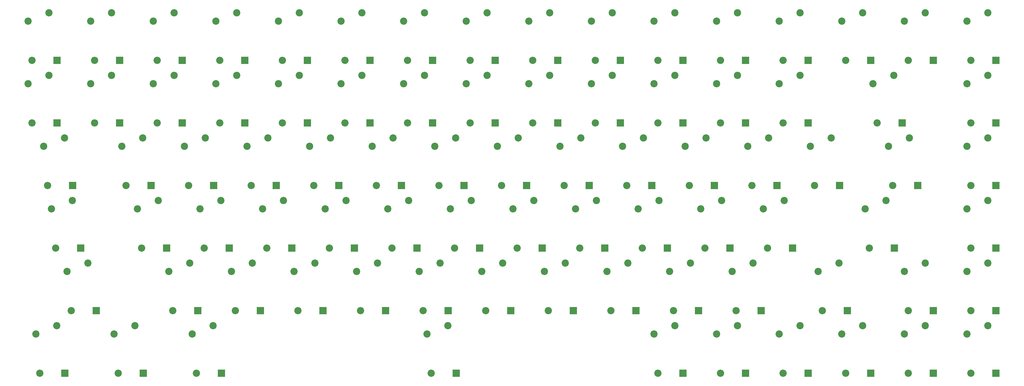
<source format=gbr>
%TF.GenerationSoftware,KiCad,Pcbnew,8.0.8-8.0.8-0~ubuntu22.04.1*%
%TF.CreationDate,2025-03-09T08:59:39-04:00*%
%TF.ProjectId,kb_test,6b625f74-6573-4742-9e6b-696361645f70,rev?*%
%TF.SameCoordinates,Original*%
%TF.FileFunction,Copper,L2,Bot*%
%TF.FilePolarity,Positive*%
%FSLAX46Y46*%
G04 Gerber Fmt 4.6, Leading zero omitted, Abs format (unit mm)*
G04 Created by KiCad (PCBNEW 8.0.8-8.0.8-0~ubuntu22.04.1) date 2025-03-09 08:59:39*
%MOMM*%
%LPD*%
G01*
G04 APERTURE LIST*
%TA.AperFunction,ComponentPad*%
%ADD10R,2.200000X2.200000*%
%TD*%
%TA.AperFunction,ComponentPad*%
%ADD11O,2.200000X2.200000*%
%TD*%
%TA.AperFunction,ComponentPad*%
%ADD12C,2.200000*%
%TD*%
G04 APERTURE END LIST*
D10*
%TO.P,D53,1,K*%
%TO.N,ROW3*%
X184213500Y-137160000D03*
D11*
%TO.P,D53,2,A*%
%TO.N,Net-(D53-A)*%
X176593500Y-137160000D03*
%TD*%
D12*
%TO.P,SW26,1,1*%
%TO.N,COL9*%
X224576000Y-84560000D03*
%TO.P,SW26,2,2*%
%TO.N,Net-(D26-A)*%
X218226000Y-87100000D03*
%TD*%
%TO.P,SW12,1,1*%
%TO.N,COL11*%
X262676000Y-65510000D03*
%TO.P,SW12,2,2*%
%TO.N,Net-(D12-A)*%
X256326000Y-68050000D03*
%TD*%
D10*
%TO.P,D23,1,K*%
%TO.N,ROW1*%
X169926000Y-99060000D03*
D11*
%TO.P,D23,2,A*%
%TO.N,Net-(D23-A)*%
X162306000Y-99060000D03*
%TD*%
D10*
%TO.P,D29,1,K*%
%TO.N,ROW1*%
X284226000Y-99060000D03*
D11*
%TO.P,D29,2,A*%
%TO.N,Net-(D29-A)*%
X276606000Y-99060000D03*
%TD*%
D12*
%TO.P,SW62,1,1*%
%TO.N,COL1*%
X95988500Y-141710000D03*
%TO.P,SW62,2,2*%
%TO.N,Net-(D62-A)*%
X89638500Y-144250000D03*
%TD*%
D10*
%TO.P,D48,1,K*%
%TO.N,ROW3*%
X88963500Y-137160000D03*
D11*
%TO.P,D48,2,A*%
%TO.N,Net-(D48-A)*%
X81343500Y-137160000D03*
%TD*%
D10*
%TO.P,D60,1,K*%
%TO.N,ROW3*%
X341376000Y-137160000D03*
D11*
%TO.P,D60,2,A*%
%TO.N,Net-(D60-A)*%
X333756000Y-137160000D03*
%TD*%
D12*
%TO.P,SW15,1,1*%
%TO.N,COL14*%
X319826000Y-65510000D03*
%TO.P,SW15,2,2*%
%TO.N,Net-(D15-A)*%
X313476000Y-68050000D03*
%TD*%
%TO.P,SW84,1,1*%
%TO.N,COL9*%
X338876000Y-160760000D03*
%TO.P,SW84,2,2*%
%TO.N,Net-(D84-A)*%
X332526000Y-163300000D03*
%TD*%
D10*
%TO.P,D34,1,K*%
%TO.N,ROW2*%
X103251000Y-118110000D03*
D11*
%TO.P,D34,2,A*%
%TO.N,Net-(D34-A)*%
X95631000Y-118110000D03*
%TD*%
D12*
%TO.P,SW37,1,1*%
%TO.N,COL5*%
X157901000Y-103610000D03*
%TO.P,SW37,2,2*%
%TO.N,Net-(D37-A)*%
X151551000Y-106150000D03*
%TD*%
D10*
%TO.P,D1,1,K*%
%TO.N,ROW0*%
X55626000Y-80010000D03*
D11*
%TO.P,D1,2,A*%
%TO.N,Net-(D1-A)*%
X48006000Y-80010000D03*
%TD*%
D12*
%TO.P,SW78,1,1*%
%TO.N,COL3*%
X174569750Y-160760000D03*
%TO.P,SW78,2,2*%
%TO.N,Net-(D78-A)*%
X168219750Y-163300000D03*
%TD*%
D10*
%TO.P,D43,1,K*%
%TO.N,ROW2*%
X274701000Y-118110000D03*
D11*
%TO.P,D43,2,A*%
%TO.N,Net-(D43-A)*%
X267081000Y-118110000D03*
%TD*%
D12*
%TO.P,SW53,1,1*%
%TO.N,COL6*%
X181713500Y-122660000D03*
%TO.P,SW53,2,2*%
%TO.N,Net-(D53-A)*%
X175363500Y-125200000D03*
%TD*%
D10*
%TO.P,D12,1,K*%
%TO.N,ROW0*%
X265176000Y-80010000D03*
D11*
%TO.P,D12,2,A*%
%TO.N,Net-(D12-A)*%
X257556000Y-80010000D03*
%TD*%
D12*
%TO.P,SW68,1,1*%
%TO.N,COL7*%
X210288500Y-141710000D03*
%TO.P,SW68,2,2*%
%TO.N,Net-(D68-A)*%
X203938500Y-144250000D03*
%TD*%
%TO.P,SW29,1,1*%
%TO.N,COL12*%
X281726000Y-84560000D03*
%TO.P,SW29,2,2*%
%TO.N,Net-(D29-A)*%
X275376000Y-87100000D03*
%TD*%
D10*
%TO.P,D73,1,K*%
%TO.N,ROW4*%
X322326000Y-156210000D03*
D11*
%TO.P,D73,2,A*%
%TO.N,Net-(D73-A)*%
X314706000Y-156210000D03*
%TD*%
D10*
%TO.P,D24,1,K*%
%TO.N,ROW1*%
X188976000Y-99060000D03*
D11*
%TO.P,D24,2,A*%
%TO.N,Net-(D24-A)*%
X181356000Y-99060000D03*
%TD*%
D10*
%TO.P,D40,1,K*%
%TO.N,ROW2*%
X217551000Y-118110000D03*
D11*
%TO.P,D40,2,A*%
%TO.N,Net-(D40-A)*%
X209931000Y-118110000D03*
%TD*%
D10*
%TO.P,D62,1,K*%
%TO.N,ROW4*%
X98488500Y-156210000D03*
D11*
%TO.P,D62,2,A*%
%TO.N,Net-(D62-A)*%
X90868500Y-156210000D03*
%TD*%
D12*
%TO.P,SW34,1,1*%
%TO.N,COL2*%
X100751000Y-103610000D03*
%TO.P,SW34,2,2*%
%TO.N,Net-(D34-A)*%
X94401000Y-106150000D03*
%TD*%
%TO.P,SW24,1,1*%
%TO.N,COL7*%
X186476000Y-84560000D03*
%TO.P,SW24,2,2*%
%TO.N,Net-(D24-A)*%
X180126000Y-87100000D03*
%TD*%
%TO.P,SW32,1,1*%
%TO.N,COL0*%
X57888500Y-103610000D03*
%TO.P,SW32,2,2*%
%TO.N,Net-(D32-A)*%
X51538500Y-106150000D03*
%TD*%
%TO.P,SW16,1,1*%
%TO.N,COL15*%
X338876000Y-65510000D03*
%TO.P,SW16,2,2*%
%TO.N,Net-(D16-A)*%
X332526000Y-68050000D03*
%TD*%
%TO.P,SW54,1,1*%
%TO.N,COL7*%
X200763500Y-122660000D03*
%TO.P,SW54,2,2*%
%TO.N,Net-(D54-A)*%
X194413500Y-125200000D03*
%TD*%
D10*
%TO.P,D84,1,K*%
%TO.N,ROW5*%
X341376000Y-175260000D03*
D11*
%TO.P,D84,2,A*%
%TO.N,Net-(D84-A)*%
X333756000Y-175260000D03*
%TD*%
D12*
%TO.P,SW36,1,1*%
%TO.N,COL4*%
X138851000Y-103610000D03*
%TO.P,SW36,2,2*%
%TO.N,Net-(D36-A)*%
X132501000Y-106150000D03*
%TD*%
%TO.P,SW6,1,1*%
%TO.N,COL5*%
X148376000Y-65510000D03*
%TO.P,SW6,2,2*%
%TO.N,Net-(D6-A)*%
X142026000Y-68050000D03*
%TD*%
%TO.P,SW44,1,1*%
%TO.N,COL12*%
X291251000Y-103610000D03*
%TO.P,SW44,2,2*%
%TO.N,Net-(D44-A)*%
X284901000Y-106150000D03*
%TD*%
%TO.P,SW9,1,1*%
%TO.N,COL8*%
X205526000Y-65510000D03*
%TO.P,SW9,2,2*%
%TO.N,Net-(D9-A)*%
X199176000Y-68050000D03*
%TD*%
%TO.P,SW51,1,1*%
%TO.N,COL4*%
X143613500Y-122660000D03*
%TO.P,SW51,2,2*%
%TO.N,Net-(D51-A)*%
X137263500Y-125200000D03*
%TD*%
%TO.P,SW45,1,1*%
%TO.N,COL13*%
X315063500Y-103610000D03*
%TO.P,SW45,2,2*%
%TO.N,Net-(D45-A)*%
X308713500Y-106150000D03*
%TD*%
D10*
%TO.P,D36,1,K*%
%TO.N,ROW2*%
X141351000Y-118110000D03*
D11*
%TO.P,D36,2,A*%
%TO.N,Net-(D36-A)*%
X133731000Y-118110000D03*
%TD*%
D10*
%TO.P,D76,1,K*%
%TO.N,ROW5*%
X81819750Y-175260000D03*
D11*
%TO.P,D76,2,A*%
%TO.N,Net-(D76-A)*%
X74199750Y-175260000D03*
%TD*%
D12*
%TO.P,SW52,1,1*%
%TO.N,COL5*%
X162663500Y-122660000D03*
%TO.P,SW52,2,2*%
%TO.N,Net-(D52-A)*%
X156313500Y-125200000D03*
%TD*%
%TO.P,SW58,1,1*%
%TO.N,COL11*%
X276963500Y-122660000D03*
%TO.P,SW58,2,2*%
%TO.N,Net-(D58-A)*%
X270613500Y-125200000D03*
%TD*%
D10*
%TO.P,D69,1,K*%
%TO.N,ROW4*%
X231838500Y-156210000D03*
D11*
%TO.P,D69,2,A*%
%TO.N,Net-(D69-A)*%
X224218500Y-156210000D03*
%TD*%
D12*
%TO.P,SW66,1,1*%
%TO.N,COL5*%
X172188500Y-141710000D03*
%TO.P,SW66,2,2*%
%TO.N,Net-(D66-A)*%
X165838500Y-144250000D03*
%TD*%
D10*
%TO.P,D5,1,K*%
%TO.N,ROW0*%
X131826000Y-80010000D03*
D11*
%TO.P,D5,2,A*%
%TO.N,Net-(D5-A)*%
X124206000Y-80010000D03*
%TD*%
D10*
%TO.P,D38,1,K*%
%TO.N,ROW2*%
X179451000Y-118110000D03*
D11*
%TO.P,D38,2,A*%
%TO.N,Net-(D38-A)*%
X171831000Y-118110000D03*
%TD*%
D10*
%TO.P,D21,1,K*%
%TO.N,ROW1*%
X131826000Y-99060000D03*
D11*
%TO.P,D21,2,A*%
%TO.N,Net-(D21-A)*%
X124206000Y-99060000D03*
%TD*%
D10*
%TO.P,D30,1,K*%
%TO.N,ROW1*%
X312801000Y-99060000D03*
D11*
%TO.P,D30,2,A*%
%TO.N,Net-(D30-A)*%
X305181000Y-99060000D03*
%TD*%
D12*
%TO.P,SW33,1,1*%
%TO.N,COL1*%
X81701000Y-103610000D03*
%TO.P,SW33,2,2*%
%TO.N,Net-(D33-A)*%
X75351000Y-106150000D03*
%TD*%
%TO.P,SW14,1,1*%
%TO.N,COL13*%
X300776000Y-65510000D03*
%TO.P,SW14,2,2*%
%TO.N,Net-(D14-A)*%
X294426000Y-68050000D03*
%TD*%
D10*
%TO.P,D10,1,K*%
%TO.N,ROW0*%
X227076000Y-80010000D03*
D11*
%TO.P,D10,2,A*%
%TO.N,Net-(D10-A)*%
X219456000Y-80010000D03*
%TD*%
D10*
%TO.P,D16,1,K*%
%TO.N,ROW0*%
X341376000Y-80010000D03*
D11*
%TO.P,D16,2,A*%
%TO.N,Net-(D16-A)*%
X333756000Y-80010000D03*
%TD*%
D12*
%TO.P,SW77,1,1*%
%TO.N,COL2*%
X103132250Y-160760000D03*
%TO.P,SW77,2,2*%
%TO.N,Net-(D77-A)*%
X96782250Y-163300000D03*
%TD*%
D10*
%TO.P,D28,1,K*%
%TO.N,ROW1*%
X265176000Y-99060000D03*
D11*
%TO.P,D28,2,A*%
%TO.N,Net-(D28-A)*%
X257556000Y-99060000D03*
%TD*%
D10*
%TO.P,D11,1,K*%
%TO.N,ROW0*%
X246126000Y-80010000D03*
D11*
%TO.P,D11,2,A*%
%TO.N,Net-(D11-A)*%
X238506000Y-80010000D03*
%TD*%
D10*
%TO.P,D39,1,K*%
%TO.N,ROW2*%
X198501000Y-118110000D03*
D11*
%TO.P,D39,2,A*%
%TO.N,Net-(D39-A)*%
X190881000Y-118110000D03*
%TD*%
D12*
%TO.P,SW71,1,1*%
%TO.N,COL10*%
X267438500Y-141710000D03*
%TO.P,SW71,2,2*%
%TO.N,Net-(D71-A)*%
X261088500Y-144250000D03*
%TD*%
%TO.P,SW20,1,1*%
%TO.N,COL3*%
X110276000Y-84560000D03*
%TO.P,SW20,2,2*%
%TO.N,Net-(D20-A)*%
X103926000Y-87100000D03*
%TD*%
D10*
%TO.P,D82,1,K*%
%TO.N,ROW5*%
X303276000Y-175260000D03*
D11*
%TO.P,D82,2,A*%
%TO.N,Net-(D82-A)*%
X295656000Y-175260000D03*
%TD*%
D10*
%TO.P,D74,1,K*%
%TO.N,ROW4*%
X341376000Y-156210000D03*
D11*
%TO.P,D74,2,A*%
%TO.N,Net-(D74-A)*%
X333756000Y-156210000D03*
%TD*%
D12*
%TO.P,SW39,1,1*%
%TO.N,COL7*%
X196001000Y-103610000D03*
%TO.P,SW39,2,2*%
%TO.N,Net-(D39-A)*%
X189651000Y-106150000D03*
%TD*%
%TO.P,SW83,1,1*%
%TO.N,COL8*%
X319826000Y-160760000D03*
%TO.P,SW83,2,2*%
%TO.N,Net-(D83-A)*%
X313476000Y-163300000D03*
%TD*%
%TO.P,SW38,1,1*%
%TO.N,COL6*%
X176951000Y-103610000D03*
%TO.P,SW38,2,2*%
%TO.N,Net-(D38-A)*%
X170601000Y-106150000D03*
%TD*%
D10*
%TO.P,D59,1,K*%
%TO.N,ROW3*%
X310419750Y-137160000D03*
D11*
%TO.P,D59,2,A*%
%TO.N,Net-(D59-A)*%
X302799750Y-137160000D03*
%TD*%
D10*
%TO.P,D42,1,K*%
%TO.N,ROW2*%
X255651000Y-118110000D03*
D11*
%TO.P,D42,2,A*%
%TO.N,Net-(D42-A)*%
X248031000Y-118110000D03*
%TD*%
D12*
%TO.P,SW80,1,1*%
%TO.N,COL5*%
X262676000Y-160760000D03*
%TO.P,SW80,2,2*%
%TO.N,Net-(D80-A)*%
X256326000Y-163300000D03*
%TD*%
D10*
%TO.P,D13,1,K*%
%TO.N,ROW0*%
X284226000Y-80010000D03*
D11*
%TO.P,D13,2,A*%
%TO.N,Net-(D13-A)*%
X276606000Y-80010000D03*
%TD*%
D12*
%TO.P,SW48,1,1*%
%TO.N,COL1*%
X86463500Y-122660000D03*
%TO.P,SW48,2,2*%
%TO.N,Net-(D48-A)*%
X80113500Y-125200000D03*
%TD*%
D10*
%TO.P,D83,1,K*%
%TO.N,ROW5*%
X322326000Y-175260000D03*
D11*
%TO.P,D83,2,A*%
%TO.N,Net-(D83-A)*%
X314706000Y-175260000D03*
%TD*%
D10*
%TO.P,D55,1,K*%
%TO.N,ROW3*%
X222313500Y-137160000D03*
D11*
%TO.P,D55,2,A*%
%TO.N,Net-(D55-A)*%
X214693500Y-137160000D03*
%TD*%
D12*
%TO.P,SW79,1,1*%
%TO.N,COL4*%
X243626000Y-160760000D03*
%TO.P,SW79,2,2*%
%TO.N,Net-(D79-A)*%
X237276000Y-163300000D03*
%TD*%
%TO.P,SW35,1,1*%
%TO.N,COL3*%
X119801000Y-103610000D03*
%TO.P,SW35,2,2*%
%TO.N,Net-(D35-A)*%
X113451000Y-106150000D03*
%TD*%
%TO.P,SW23,1,1*%
%TO.N,COL6*%
X167426000Y-84560000D03*
%TO.P,SW23,2,2*%
%TO.N,Net-(D23-A)*%
X161076000Y-87100000D03*
%TD*%
D10*
%TO.P,D41,1,K*%
%TO.N,ROW2*%
X236601000Y-118110000D03*
D11*
%TO.P,D41,2,A*%
%TO.N,Net-(D41-A)*%
X228981000Y-118110000D03*
%TD*%
D10*
%TO.P,D27,1,K*%
%TO.N,ROW1*%
X246126000Y-99060000D03*
D11*
%TO.P,D27,2,A*%
%TO.N,Net-(D27-A)*%
X238506000Y-99060000D03*
%TD*%
D12*
%TO.P,SW43,1,1*%
%TO.N,COL11*%
X272201000Y-103610000D03*
%TO.P,SW43,2,2*%
%TO.N,Net-(D43-A)*%
X265851000Y-106150000D03*
%TD*%
%TO.P,SW8,1,1*%
%TO.N,COL7*%
X186476000Y-65510000D03*
%TO.P,SW8,2,2*%
%TO.N,Net-(D8-A)*%
X180126000Y-68050000D03*
%TD*%
%TO.P,SW69,1,1*%
%TO.N,COL8*%
X229338500Y-141710000D03*
%TO.P,SW69,2,2*%
%TO.N,Net-(D69-A)*%
X222988500Y-144250000D03*
%TD*%
%TO.P,SW21,1,1*%
%TO.N,COL4*%
X129326000Y-84560000D03*
%TO.P,SW21,2,2*%
%TO.N,Net-(D21-A)*%
X122976000Y-87100000D03*
%TD*%
D10*
%TO.P,D46,1,K*%
%TO.N,ROW2*%
X341376000Y-118110000D03*
D11*
%TO.P,D46,2,A*%
%TO.N,Net-(D46-A)*%
X333756000Y-118110000D03*
%TD*%
D10*
%TO.P,D79,1,K*%
%TO.N,ROW5*%
X246126000Y-175260000D03*
D11*
%TO.P,D79,2,A*%
%TO.N,Net-(D79-A)*%
X238506000Y-175260000D03*
%TD*%
D10*
%TO.P,D72,1,K*%
%TO.N,ROW4*%
X296132250Y-156210000D03*
D11*
%TO.P,D72,2,A*%
%TO.N,Net-(D72-A)*%
X288512250Y-156210000D03*
%TD*%
D10*
%TO.P,D71,1,K*%
%TO.N,ROW4*%
X269938500Y-156210000D03*
D11*
%TO.P,D71,2,A*%
%TO.N,Net-(D71-A)*%
X262318500Y-156210000D03*
%TD*%
D12*
%TO.P,SW5,1,1*%
%TO.N,COL4*%
X129326000Y-65510000D03*
%TO.P,SW5,2,2*%
%TO.N,Net-(D5-A)*%
X122976000Y-68050000D03*
%TD*%
%TO.P,SW30,1,1*%
%TO.N,COL13*%
X310301000Y-84560000D03*
%TO.P,SW30,2,2*%
%TO.N,Net-(D30-A)*%
X303951000Y-87100000D03*
%TD*%
D10*
%TO.P,D35,1,K*%
%TO.N,ROW2*%
X122301000Y-118110000D03*
D11*
%TO.P,D35,2,A*%
%TO.N,Net-(D35-A)*%
X114681000Y-118110000D03*
%TD*%
D10*
%TO.P,D6,1,K*%
%TO.N,ROW0*%
X150876000Y-80010000D03*
D11*
%TO.P,D6,2,A*%
%TO.N,Net-(D6-A)*%
X143256000Y-80010000D03*
%TD*%
D12*
%TO.P,SW72,1,1*%
%TO.N,COL11*%
X293632250Y-141710000D03*
%TO.P,SW72,2,2*%
%TO.N,Net-(D72-A)*%
X287282250Y-144250000D03*
%TD*%
D10*
%TO.P,D78,1,K*%
%TO.N,ROW5*%
X177069750Y-175260000D03*
D11*
%TO.P,D78,2,A*%
%TO.N,Net-(D78-A)*%
X169449750Y-175260000D03*
%TD*%
D10*
%TO.P,D22,1,K*%
%TO.N,ROW1*%
X150876000Y-99060000D03*
D11*
%TO.P,D22,2,A*%
%TO.N,Net-(D22-A)*%
X143256000Y-99060000D03*
%TD*%
D10*
%TO.P,D45,1,K*%
%TO.N,ROW2*%
X317563500Y-118110000D03*
D11*
%TO.P,D45,2,A*%
%TO.N,Net-(D45-A)*%
X309943500Y-118110000D03*
%TD*%
D10*
%TO.P,D67,1,K*%
%TO.N,ROW4*%
X193738500Y-156210000D03*
D11*
%TO.P,D67,2,A*%
%TO.N,Net-(D67-A)*%
X186118500Y-156210000D03*
%TD*%
D10*
%TO.P,D8,1,K*%
%TO.N,ROW0*%
X188976000Y-80010000D03*
D11*
%TO.P,D8,2,A*%
%TO.N,Net-(D8-A)*%
X181356000Y-80010000D03*
%TD*%
D12*
%TO.P,SW75,1,1*%
%TO.N,COL0*%
X55507250Y-160760000D03*
%TO.P,SW75,2,2*%
%TO.N,Net-(D75-A)*%
X49157250Y-163300000D03*
%TD*%
D10*
%TO.P,D68,1,K*%
%TO.N,ROW4*%
X212788500Y-156210000D03*
D11*
%TO.P,D68,2,A*%
%TO.N,Net-(D68-A)*%
X205168500Y-156210000D03*
%TD*%
D10*
%TO.P,D54,1,K*%
%TO.N,ROW3*%
X203263500Y-137160000D03*
D11*
%TO.P,D54,2,A*%
%TO.N,Net-(D54-A)*%
X195643500Y-137160000D03*
%TD*%
D12*
%TO.P,SW2,1,1*%
%TO.N,COL1*%
X72176000Y-65510000D03*
%TO.P,SW2,2,2*%
%TO.N,Net-(D2-A)*%
X65826000Y-68050000D03*
%TD*%
D10*
%TO.P,D33,1,K*%
%TO.N,ROW2*%
X84201000Y-118110000D03*
D11*
%TO.P,D33,2,A*%
%TO.N,Net-(D33-A)*%
X76581000Y-118110000D03*
%TD*%
D10*
%TO.P,D31,1,K*%
%TO.N,ROW1*%
X341376000Y-99060000D03*
D11*
%TO.P,D31,2,A*%
%TO.N,Net-(D31-A)*%
X333756000Y-99060000D03*
%TD*%
D12*
%TO.P,SW10,1,1*%
%TO.N,COL9*%
X224576000Y-65510000D03*
%TO.P,SW10,2,2*%
%TO.N,Net-(D10-A)*%
X218226000Y-68050000D03*
%TD*%
D10*
%TO.P,D20,1,K*%
%TO.N,ROW1*%
X112776000Y-99060000D03*
D11*
%TO.P,D20,2,A*%
%TO.N,Net-(D20-A)*%
X105156000Y-99060000D03*
%TD*%
D12*
%TO.P,SW60,1,1*%
%TO.N,COL13*%
X338876000Y-122660000D03*
%TO.P,SW60,2,2*%
%TO.N,Net-(D60-A)*%
X332526000Y-125200000D03*
%TD*%
D10*
%TO.P,D75,1,K*%
%TO.N,ROW5*%
X58007250Y-175260000D03*
D11*
%TO.P,D75,2,A*%
%TO.N,Net-(D75-A)*%
X50387250Y-175260000D03*
%TD*%
D12*
%TO.P,SW11,1,1*%
%TO.N,COL10*%
X243626000Y-65510000D03*
%TO.P,SW11,2,2*%
%TO.N,Net-(D11-A)*%
X237276000Y-68050000D03*
%TD*%
D10*
%TO.P,D19,1,K*%
%TO.N,ROW1*%
X93726000Y-99060000D03*
D11*
%TO.P,D19,2,A*%
%TO.N,Net-(D19-A)*%
X86106000Y-99060000D03*
%TD*%
D12*
%TO.P,SW28,1,1*%
%TO.N,COL11*%
X262676000Y-84560000D03*
%TO.P,SW28,2,2*%
%TO.N,Net-(D28-A)*%
X256326000Y-87100000D03*
%TD*%
D10*
%TO.P,D15,1,K*%
%TO.N,ROW0*%
X322326000Y-80010000D03*
D11*
%TO.P,D15,2,A*%
%TO.N,Net-(D15-A)*%
X314706000Y-80010000D03*
%TD*%
D12*
%TO.P,SW67,1,1*%
%TO.N,COL6*%
X191238500Y-141710000D03*
%TO.P,SW67,2,2*%
%TO.N,Net-(D67-A)*%
X184888500Y-144250000D03*
%TD*%
%TO.P,SW47,1,1*%
%TO.N,COL0*%
X60269750Y-122660000D03*
%TO.P,SW47,2,2*%
%TO.N,Net-(D47-A)*%
X53919750Y-125200000D03*
%TD*%
%TO.P,SW25,1,1*%
%TO.N,COL8*%
X205526000Y-84560000D03*
%TO.P,SW25,2,2*%
%TO.N,Net-(D25-A)*%
X199176000Y-87100000D03*
%TD*%
%TO.P,SW74,1,1*%
%TO.N,COL13*%
X338876000Y-141710000D03*
%TO.P,SW74,2,2*%
%TO.N,Net-(D74-A)*%
X332526000Y-144250000D03*
%TD*%
%TO.P,SW82,1,1*%
%TO.N,COL7*%
X300776000Y-160760000D03*
%TO.P,SW82,2,2*%
%TO.N,Net-(D82-A)*%
X294426000Y-163300000D03*
%TD*%
%TO.P,SW63,1,1*%
%TO.N,COL2*%
X115038500Y-141710000D03*
%TO.P,SW63,2,2*%
%TO.N,Net-(D63-A)*%
X108688500Y-144250000D03*
%TD*%
%TO.P,SW50,1,1*%
%TO.N,COL3*%
X124563500Y-122660000D03*
%TO.P,SW50,2,2*%
%TO.N,Net-(D50-A)*%
X118213500Y-125200000D03*
%TD*%
D10*
%TO.P,D47,1,K*%
%TO.N,ROW3*%
X62769750Y-137160000D03*
D11*
%TO.P,D47,2,A*%
%TO.N,Net-(D47-A)*%
X55149750Y-137160000D03*
%TD*%
D10*
%TO.P,D58,1,K*%
%TO.N,ROW3*%
X279463500Y-137160000D03*
D11*
%TO.P,D58,2,A*%
%TO.N,Net-(D58-A)*%
X271843500Y-137160000D03*
%TD*%
D10*
%TO.P,D63,1,K*%
%TO.N,ROW4*%
X117538500Y-156210000D03*
D11*
%TO.P,D63,2,A*%
%TO.N,Net-(D63-A)*%
X109918500Y-156210000D03*
%TD*%
D12*
%TO.P,SW1,1,1*%
%TO.N,COL0*%
X53126000Y-65510000D03*
%TO.P,SW1,2,2*%
%TO.N,Net-(D1-A)*%
X46776000Y-68050000D03*
%TD*%
D10*
%TO.P,D49,1,K*%
%TO.N,ROW3*%
X108013500Y-137160000D03*
D11*
%TO.P,D49,2,A*%
%TO.N,Net-(D49-A)*%
X100393500Y-137160000D03*
%TD*%
D12*
%TO.P,SW17,1,1*%
%TO.N,COL0*%
X53126000Y-84560000D03*
%TO.P,SW17,2,2*%
%TO.N,Net-(D17-A)*%
X46776000Y-87100000D03*
%TD*%
%TO.P,SW56,1,1*%
%TO.N,COL9*%
X238863500Y-122660000D03*
%TO.P,SW56,2,2*%
%TO.N,Net-(D56-A)*%
X232513500Y-125200000D03*
%TD*%
D10*
%TO.P,D57,1,K*%
%TO.N,ROW3*%
X260413500Y-137160000D03*
D11*
%TO.P,D57,2,A*%
%TO.N,Net-(D57-A)*%
X252793500Y-137160000D03*
%TD*%
D10*
%TO.P,D80,1,K*%
%TO.N,ROW5*%
X265176000Y-175260000D03*
D11*
%TO.P,D80,2,A*%
%TO.N,Net-(D80-A)*%
X257556000Y-175260000D03*
%TD*%
D10*
%TO.P,D14,1,K*%
%TO.N,ROW0*%
X303276000Y-80010000D03*
D11*
%TO.P,D14,2,A*%
%TO.N,Net-(D14-A)*%
X295656000Y-80010000D03*
%TD*%
D12*
%TO.P,SW13,1,1*%
%TO.N,COL12*%
X281726000Y-65510000D03*
%TO.P,SW13,2,2*%
%TO.N,Net-(D13-A)*%
X275376000Y-68050000D03*
%TD*%
%TO.P,SW4,1,1*%
%TO.N,COL3*%
X110276000Y-65510000D03*
%TO.P,SW4,2,2*%
%TO.N,Net-(D4-A)*%
X103926000Y-68050000D03*
%TD*%
%TO.P,SW18,1,1*%
%TO.N,COL1*%
X72176000Y-84560000D03*
%TO.P,SW18,2,2*%
%TO.N,Net-(D18-A)*%
X65826000Y-87100000D03*
%TD*%
D10*
%TO.P,D52,1,K*%
%TO.N,ROW3*%
X165163500Y-137160000D03*
D11*
%TO.P,D52,2,A*%
%TO.N,Net-(D52-A)*%
X157543500Y-137160000D03*
%TD*%
D12*
%TO.P,SW7,1,1*%
%TO.N,COL6*%
X167426000Y-65510000D03*
%TO.P,SW7,2,2*%
%TO.N,Net-(D7-A)*%
X161076000Y-68050000D03*
%TD*%
D10*
%TO.P,D65,1,K*%
%TO.N,ROW4*%
X155638500Y-156210000D03*
D11*
%TO.P,D65,2,A*%
%TO.N,Net-(D65-A)*%
X148018500Y-156210000D03*
%TD*%
D10*
%TO.P,D77,1,K*%
%TO.N,ROW5*%
X105632250Y-175260000D03*
D11*
%TO.P,D77,2,A*%
%TO.N,Net-(D77-A)*%
X98012250Y-175260000D03*
%TD*%
D10*
%TO.P,D50,1,K*%
%TO.N,ROW3*%
X127063500Y-137160000D03*
D11*
%TO.P,D50,2,A*%
%TO.N,Net-(D50-A)*%
X119443500Y-137160000D03*
%TD*%
D12*
%TO.P,SW22,1,1*%
%TO.N,COL5*%
X148376000Y-84560000D03*
%TO.P,SW22,2,2*%
%TO.N,Net-(D22-A)*%
X142026000Y-87100000D03*
%TD*%
%TO.P,SW73,1,1*%
%TO.N,COL12*%
X319826000Y-141710000D03*
%TO.P,SW73,2,2*%
%TO.N,Net-(D73-A)*%
X313476000Y-144250000D03*
%TD*%
%TO.P,SW61,1,1*%
%TO.N,COL0*%
X65032250Y-141710000D03*
%TO.P,SW61,2,2*%
%TO.N,Net-(D61-A)*%
X58682250Y-144250000D03*
%TD*%
D10*
%TO.P,D32,1,K*%
%TO.N,ROW2*%
X60388500Y-118110000D03*
D11*
%TO.P,D32,2,A*%
%TO.N,Net-(D32-A)*%
X52768500Y-118110000D03*
%TD*%
D10*
%TO.P,D7,1,K*%
%TO.N,ROW0*%
X169926000Y-80010000D03*
D11*
%TO.P,D7,2,A*%
%TO.N,Net-(D7-A)*%
X162306000Y-80010000D03*
%TD*%
D12*
%TO.P,SW27,1,1*%
%TO.N,COL10*%
X243626000Y-84560000D03*
%TO.P,SW27,2,2*%
%TO.N,Net-(D27-A)*%
X237276000Y-87100000D03*
%TD*%
D10*
%TO.P,D66,1,K*%
%TO.N,ROW4*%
X174688500Y-156210000D03*
D11*
%TO.P,D66,2,A*%
%TO.N,Net-(D66-A)*%
X167068500Y-156210000D03*
%TD*%
D10*
%TO.P,D81,1,K*%
%TO.N,ROW5*%
X284226000Y-175260000D03*
D11*
%TO.P,D81,2,A*%
%TO.N,Net-(D81-A)*%
X276606000Y-175260000D03*
%TD*%
D10*
%TO.P,D56,1,K*%
%TO.N,ROW3*%
X241363500Y-137160000D03*
D11*
%TO.P,D56,2,A*%
%TO.N,Net-(D56-A)*%
X233743500Y-137160000D03*
%TD*%
D12*
%TO.P,SW65,1,1*%
%TO.N,COL4*%
X153138500Y-141710000D03*
%TO.P,SW65,2,2*%
%TO.N,Net-(D65-A)*%
X146788500Y-144250000D03*
%TD*%
D10*
%TO.P,D2,1,K*%
%TO.N,ROW0*%
X74676000Y-80010000D03*
D11*
%TO.P,D2,2,A*%
%TO.N,Net-(D2-A)*%
X67056000Y-80010000D03*
%TD*%
D10*
%TO.P,D64,1,K*%
%TO.N,ROW4*%
X136588500Y-156210000D03*
D11*
%TO.P,D64,2,A*%
%TO.N,Net-(D64-A)*%
X128968500Y-156210000D03*
%TD*%
D10*
%TO.P,D25,1,K*%
%TO.N,ROW1*%
X208026000Y-99060000D03*
D11*
%TO.P,D25,2,A*%
%TO.N,Net-(D25-A)*%
X200406000Y-99060000D03*
%TD*%
D10*
%TO.P,D3,1,K*%
%TO.N,ROW0*%
X93726000Y-80010000D03*
D11*
%TO.P,D3,2,A*%
%TO.N,Net-(D3-A)*%
X86106000Y-80010000D03*
%TD*%
D12*
%TO.P,SW76,1,1*%
%TO.N,COL1*%
X79319750Y-160760000D03*
%TO.P,SW76,2,2*%
%TO.N,Net-(D76-A)*%
X72969750Y-163300000D03*
%TD*%
D10*
%TO.P,D17,1,K*%
%TO.N,ROW1*%
X55626000Y-99060000D03*
D11*
%TO.P,D17,2,A*%
%TO.N,Net-(D17-A)*%
X48006000Y-99060000D03*
%TD*%
D12*
%TO.P,SW41,1,1*%
%TO.N,COL9*%
X234101000Y-103610000D03*
%TO.P,SW41,2,2*%
%TO.N,Net-(D41-A)*%
X227751000Y-106150000D03*
%TD*%
%TO.P,SW57,1,1*%
%TO.N,COL10*%
X257913500Y-122660000D03*
%TO.P,SW57,2,2*%
%TO.N,Net-(D57-A)*%
X251563500Y-125200000D03*
%TD*%
D10*
%TO.P,D9,1,K*%
%TO.N,ROW0*%
X208026000Y-80010000D03*
D11*
%TO.P,D9,2,A*%
%TO.N,Net-(D9-A)*%
X200406000Y-80010000D03*
%TD*%
D12*
%TO.P,SW64,1,1*%
%TO.N,COL3*%
X134088500Y-141710000D03*
%TO.P,SW64,2,2*%
%TO.N,Net-(D64-A)*%
X127738500Y-144250000D03*
%TD*%
%TO.P,SW19,1,1*%
%TO.N,COL2*%
X91226000Y-84560000D03*
%TO.P,SW19,2,2*%
%TO.N,Net-(D19-A)*%
X84876000Y-87100000D03*
%TD*%
D10*
%TO.P,D4,1,K*%
%TO.N,ROW0*%
X112776000Y-80010000D03*
D11*
%TO.P,D4,2,A*%
%TO.N,Net-(D4-A)*%
X105156000Y-80010000D03*
%TD*%
D10*
%TO.P,D70,1,K*%
%TO.N,ROW4*%
X250888500Y-156210000D03*
D11*
%TO.P,D70,2,A*%
%TO.N,Net-(D70-A)*%
X243268500Y-156210000D03*
%TD*%
D10*
%TO.P,D44,1,K*%
%TO.N,ROW2*%
X293751000Y-118110000D03*
D11*
%TO.P,D44,2,A*%
%TO.N,Net-(D44-A)*%
X286131000Y-118110000D03*
%TD*%
D10*
%TO.P,D18,1,K*%
%TO.N,ROW1*%
X74676000Y-99060000D03*
D11*
%TO.P,D18,2,A*%
%TO.N,Net-(D18-A)*%
X67056000Y-99060000D03*
%TD*%
D10*
%TO.P,D37,1,K*%
%TO.N,ROW2*%
X160401000Y-118110000D03*
D11*
%TO.P,D37,2,A*%
%TO.N,Net-(D37-A)*%
X152781000Y-118110000D03*
%TD*%
D12*
%TO.P,SW55,1,1*%
%TO.N,COL8*%
X219813500Y-122660000D03*
%TO.P,SW55,2,2*%
%TO.N,Net-(D55-A)*%
X213463500Y-125200000D03*
%TD*%
D10*
%TO.P,D51,1,K*%
%TO.N,ROW3*%
X146113500Y-137160000D03*
D11*
%TO.P,D51,2,A*%
%TO.N,Net-(D51-A)*%
X138493500Y-137160000D03*
%TD*%
D12*
%TO.P,SW49,1,1*%
%TO.N,COL2*%
X105513500Y-122660000D03*
%TO.P,SW49,2,2*%
%TO.N,Net-(D49-A)*%
X99163500Y-125200000D03*
%TD*%
%TO.P,SW59,1,1*%
%TO.N,COL12*%
X307919750Y-122660000D03*
%TO.P,SW59,2,2*%
%TO.N,Net-(D59-A)*%
X301569750Y-125200000D03*
%TD*%
%TO.P,SW46,1,1*%
%TO.N,COL14*%
X338876000Y-103610000D03*
%TO.P,SW46,2,2*%
%TO.N,Net-(D46-A)*%
X332526000Y-106150000D03*
%TD*%
%TO.P,SW70,1,1*%
%TO.N,COL9*%
X248388500Y-141710000D03*
%TO.P,SW70,2,2*%
%TO.N,Net-(D70-A)*%
X242038500Y-144250000D03*
%TD*%
%TO.P,SW3,1,1*%
%TO.N,COL2*%
X91226000Y-65510000D03*
%TO.P,SW3,2,2*%
%TO.N,Net-(D3-A)*%
X84876000Y-68050000D03*
%TD*%
%TO.P,SW31,1,1*%
%TO.N,COL14*%
X338876000Y-84560000D03*
%TO.P,SW31,2,2*%
%TO.N,Net-(D31-A)*%
X332526000Y-87100000D03*
%TD*%
D10*
%TO.P,D61,1,K*%
%TO.N,ROW4*%
X67532250Y-156210000D03*
D11*
%TO.P,D61,2,A*%
%TO.N,Net-(D61-A)*%
X59912250Y-156210000D03*
%TD*%
D10*
%TO.P,D26,1,K*%
%TO.N,ROW1*%
X227076000Y-99060000D03*
D11*
%TO.P,D26,2,A*%
%TO.N,Net-(D26-A)*%
X219456000Y-99060000D03*
%TD*%
D12*
%TO.P,SW81,1,1*%
%TO.N,COL6*%
X281726000Y-160760000D03*
%TO.P,SW81,2,2*%
%TO.N,Net-(D81-A)*%
X275376000Y-163300000D03*
%TD*%
%TO.P,SW40,1,1*%
%TO.N,COL8*%
X215051000Y-103610000D03*
%TO.P,SW40,2,2*%
%TO.N,Net-(D40-A)*%
X208701000Y-106150000D03*
%TD*%
%TO.P,SW42,1,1*%
%TO.N,COL10*%
X253151000Y-103610000D03*
%TO.P,SW42,2,2*%
%TO.N,Net-(D42-A)*%
X246801000Y-106150000D03*
%TD*%
M02*

</source>
